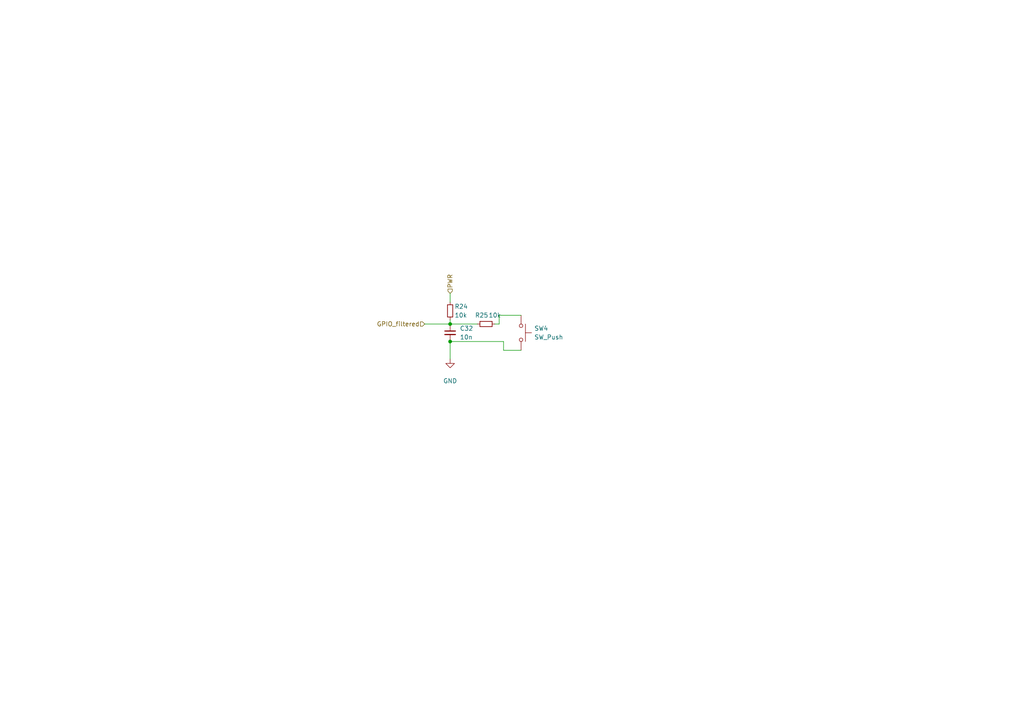
<source format=kicad_sch>
(kicad_sch (version 20230121) (generator eeschema)
  (paper "A4")
  (lib_symbols
    (symbol "Device:C_Small" (pin_numbers hide) (pin_names (offset 0.254) hide)
      (property "Reference" "C" (at 0.254 1.778 0))
      (property "Value" "C_Small" (at 0.254 -2.032 0))
      (symbol "C_Small_0_1"
        (polyline (pts (xy -1.524 -0.508) (xy 1.524 -0.508)) (stroke (width 0.3302)))
        (polyline (pts (xy -1.524 0.508) (xy 1.524 0.508)) (stroke (width 0.3048)))
      )
      (symbol "C_Small_1_1"
        (pin passive line (at 0 2.54 270) (length 2.032) (name "~") (number "1"))
        (pin passive line (at 0 -2.54 90) (length 2.032) (name "~") (number "2"))
      )
    )
    (symbol "Device:R_Small" (pin_numbers hide) (pin_names (offset 0.254) hide)
      (property "Reference" "R" (at 0.762 0.508 0))
      (property "Value" "R_Small" (at 0.762 -1.016 0))
      (symbol "R_Small_0_1"
        (rectangle (start -0.762 1.778) (end 0.762 -1.778) (stroke (width 0.2032)))
      )
      (symbol "R_Small_1_1"
        (pin passive line (at 0 2.54 270) (length 0.762) (name "~") (number "1"))
        (pin passive line (at 0 -2.54 90) (length 0.762) (name "~") (number "2"))
      )
    )
    (symbol "Switch:SW_Push" (pin_numbers hide) (pin_names (offset 1.016) hide)
      (property "Reference" "SW" (at 1.27 2.54 0))
      (property "Value" "SW_Push" (at 0 -1.524 0))
      (symbol "SW_Push_0_1"
        (circle (center -2.032 0) (radius 0.508))
        (polyline (pts (xy 0 1.27) (xy 0 3.048)))
        (polyline (pts (xy 2.54 1.27) (xy -2.54 1.27)))
        (circle (center 2.032 0) (radius 0.508))
        (pin passive line (at -5.08 0 0) (length 2.54) (name "1") (number "1"))
        (pin passive line (at 5.08 0 180) (length 2.54) (name "2") (number "2"))
      )
    )
    (symbol "power:GND" (power) (pin_names (offset 0))
      (property "Value" "GND" (at 0 -3.81 0))
      (symbol "GND_0_1"
        (polyline (pts (xy 0 0) (xy 0 -1.27) (xy 1.27 -1.27) (xy 0 -2.54) (xy -1.27 -1.27) (xy 0 -1.27)))
      )
      (symbol "GND_1_1"
        (pin power_in line (at 0 0 270) (length 0) hide (name "GND") (number "1"))
      )
    )
  )
  (junction (at 130.556 93.98))
  (junction (at 130.556 99.06))
  (wire (pts (xy 123.19 93.98) (xy 130.556 93.98)))
  (wire (pts (xy 130.556 99.06) (xy 146.05 99.06)))
  (wire (pts (xy 130.556 99.06) (xy 130.556 104.14)))
  (wire (pts (xy 130.556 85.09) (xy 130.556 87.63)))
  (wire (pts (xy 143.51 93.98) (xy 144.78 93.98)))
  (wire (pts (xy 130.556 93.98) (xy 138.43 93.98)))
  (wire (pts (xy 151.13 91.44) (xy 144.78 91.44)))
  (wire (pts (xy 146.05 101.6) (xy 151.13 101.6)))
  (wire (pts (xy 130.556 92.71) (xy 130.556 93.98)))
  (wire (pts (xy 146.05 99.06) (xy 146.05 101.6)))
  (wire (pts (xy 144.78 91.44) (xy 144.78 93.98)))
  (hierarchical_label "GPIO_filtered" (shape input) (at 123.19 93.98 180))
  (hierarchical_label "PWR" (shape input) (at 130.556 85.09 90))
  (symbol (lib_id "power:GND") (at 130.556 104.14 0) (unit 1)
    (property "Reference" "#PWR082" (effects hide))
    (property "Value" "GND" (at 130.556 110.49 0))
    (instances (project "PAMI_mb" (path "" (reference "#PWR082") (unit 1)) (path "" (reference "#PWR083") (unit 1)) (path "" (reference "#PWR084") (unit 1))))
  )
  (symbol (lib_id "Device:R_Small") (at 140.97 93.98 90) (unit 1)
    (property "Reference" "R25" (at 139.7 91.44 90))
    (property "Value" "10k" (at 143.51 91.44 90))
    (property "Footprint" "Resistor_SMD:R_0402_1005Metric_Pad0.72x0.64mm_HandSolder" (effects hide))
    (instances (project "PAMI_mb" (path "" (reference "R25") (unit 1)) (path "" (reference "R29") (unit 1)) (path "" (reference "R27") (unit 1))))
  )
  (symbol (lib_id "Device:R_Small") (at 130.556 90.17 0) (unit 1)
    (property "Reference" "R24" (at 131.826 88.9 0) (effects (justify left)))
    (property "Value" "10k" (at 131.826 91.44 0) (effects (justify left)))
    (property "Footprint" "Resistor_SMD:R_0402_1005Metric_Pad0.72x0.64mm_HandSolder" (effects hide))
    (instances (project "PAMI_mb" (path "" (reference "R24") (unit 1)) (path "" (reference "R28") (unit 1)) (path "" (reference "R26") (unit 1))))
  )
  (symbol (lib_id "Device:C_Small") (at 130.556 96.52 0) (unit 1)
    (property "Reference" "C32" (at 133.35 95.2563 0) (effects (justify left)))
    (property "Value" "10n" (at 133.35 97.7963 0) (effects (justify left)))
    (property "Footprint" "Capacitor_SMD:C_0402_1005Metric_Pad0.74x0.62mm_HandSolder" (effects hide))
    (instances (project "PAMI_mb" (path "" (reference "C32") (unit 1)) (path "" (reference "C34") (unit 1)) (path "" (reference "C33") (unit 1))))
  )
  (symbol (lib_id "Switch:SW_Push") (at 151.13 96.52 270) (unit 1)
    (property "Reference" "SW4" (at 154.94 95.25 90) (effects (justify left)))
    (property "Value" "SW_Push" (at 154.94 97.79 90) (effects (justify left)))
    (instances (project "PAMI_mb" (path "" (reference "SW4") (unit 1)) (path "" (reference "SW5") (unit 1)) (path "" (reference "SW6") (unit 1))))
  )
)
</source>
